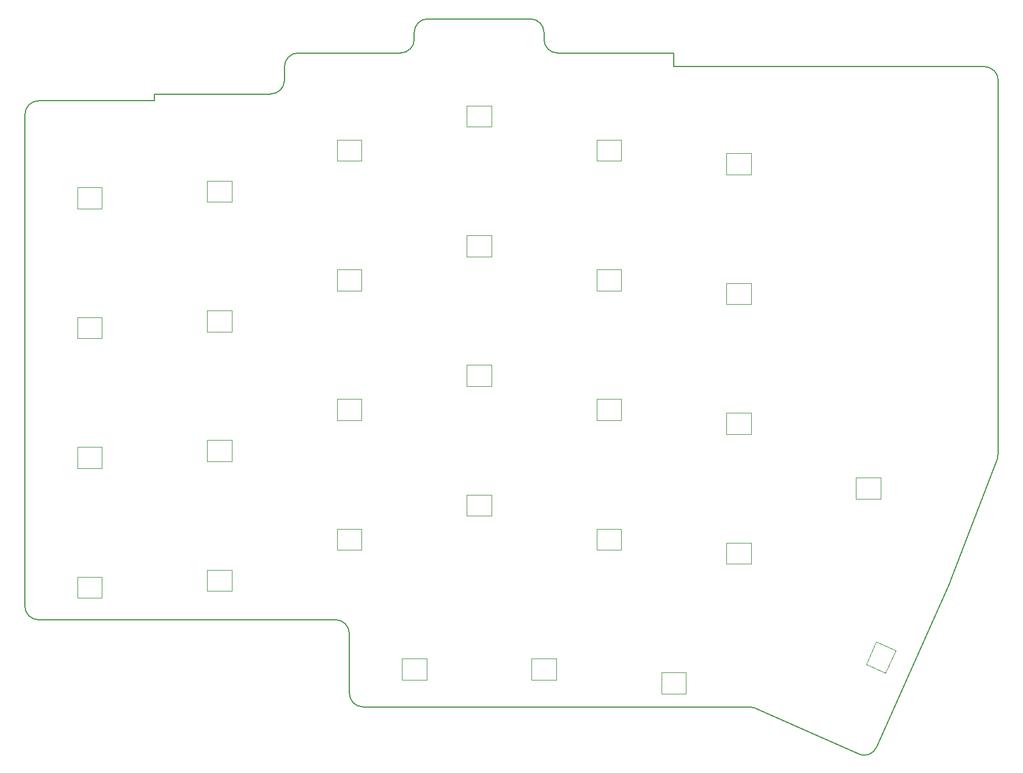
<source format=gbr>
%TF.GenerationSoftware,KiCad,Pcbnew,8.0.6*%
%TF.CreationDate,2024-12-22T09:15:40+01:00*%
%TF.ProjectId,left_finished,6c656674-5f66-4696-9e69-736865642e6b,0.1*%
%TF.SameCoordinates,Original*%
%TF.FileFunction,Profile,NP*%
%FSLAX46Y46*%
G04 Gerber Fmt 4.6, Leading zero omitted, Abs format (unit mm)*
G04 Created by KiCad (PCBNEW 8.0.6) date 2024-12-22 09:15:40*
%MOMM*%
%LPD*%
G01*
G04 APERTURE LIST*
%TA.AperFunction,Profile*%
%ADD10C,0.150000*%
%TD*%
%TA.AperFunction,Profile*%
%ADD11C,0.120000*%
%TD*%
G04 APERTURE END LIST*
D10*
X195500000Y-94500000D02*
X195500000Y-93500000D01*
X176500000Y-100500000D02*
G75*
G02*
X174500000Y-102500000I-2000000J0D01*
G01*
X140500000Y-179500000D02*
G75*
G02*
X138500000Y-177500000I0J2000000D01*
G01*
X138500000Y-105500000D02*
G75*
G02*
X140500000Y-103500000I2000000J0D01*
G01*
X244600279Y-192253996D02*
X187999864Y-192250136D01*
X176500000Y-98500000D02*
G75*
G02*
X178500000Y-96500000I2000000J0D01*
G01*
X281000000Y-100500000D02*
X281000000Y-155132033D01*
X281000000Y-155132033D02*
G75*
G02*
X280869041Y-155843875I-2000300J33D01*
G01*
X214500000Y-93500000D02*
X214500000Y-94500000D01*
X178500000Y-96500000D02*
X193500000Y-96500000D01*
X157500000Y-102500000D02*
X174500000Y-102500000D01*
X140500000Y-103500000D02*
X157500000Y-103500000D01*
X184000000Y-179500000D02*
G75*
G02*
X186000000Y-181500000I0J-2000000D01*
G01*
X138500000Y-177500000D02*
X138500000Y-105500000D01*
X216500000Y-96500000D02*
X233500000Y-96500000D01*
X186000000Y-190250136D02*
X186000000Y-181500000D01*
X176500000Y-100500000D02*
X176500000Y-98500000D01*
X280869033Y-155843872D02*
X273994253Y-173894581D01*
X184000000Y-179500000D02*
X140500000Y-179500000D01*
X263196158Y-198154930D02*
G75*
G02*
X260555603Y-199168528I-1827058J813430D01*
G01*
X195500000Y-93500000D02*
G75*
G02*
X197500000Y-91500000I2000000J0D01*
G01*
X195500000Y-94500000D02*
G75*
G02*
X193500000Y-96500000I-2000000J0D01*
G01*
X279000000Y-98500000D02*
G75*
G02*
X281000000Y-100500000I0J-2000000D01*
G01*
X233500000Y-96500000D02*
X233500000Y-98500000D01*
X216500000Y-96500000D02*
G75*
G02*
X214500000Y-94500000I0J2000000D01*
G01*
X157500000Y-103500000D02*
X157500000Y-102500000D01*
X233500000Y-98500000D02*
X279000000Y-98500000D01*
X197500000Y-91500000D02*
X212500000Y-91500000D01*
X187999864Y-192250136D02*
G75*
G02*
X186000064Y-190250136I136J1999936D01*
G01*
X212500000Y-91500000D02*
G75*
G02*
X214500000Y-93500000I0J-2000000D01*
G01*
X273952311Y-173996215D02*
X263196158Y-198154930D01*
X260555594Y-199168548D02*
X245413616Y-192426905D01*
X273994253Y-173894581D02*
G75*
G02*
X273952312Y-173996215I-1865053J710181D01*
G01*
X244600279Y-192253996D02*
G75*
G02*
X245413623Y-192426889I-179J-2000404D01*
G01*
%TO.C,LED12*%
D11*
X187800000Y-112300000D02*
X184200000Y-112300000D01*
X184200000Y-109200000D01*
X187800000Y-109200000D01*
X187800000Y-112300000D01*
%TO.C,LED27*%
X235300000Y-190300000D02*
X231700000Y-190300000D01*
X231700000Y-187200000D01*
X235300000Y-187200000D01*
X235300000Y-190300000D01*
%TO.C,LED25*%
X197300000Y-188300000D02*
X193700000Y-188300000D01*
X193700000Y-185200000D01*
X197300000Y-185200000D01*
X197300000Y-188300000D01*
%TO.C,LED22*%
X244800000Y-152300000D02*
X241200000Y-152300000D01*
X241200000Y-149200000D01*
X244800000Y-149200000D01*
X244800000Y-152300000D01*
%TO.C,LED18*%
X225800000Y-150300000D02*
X222200000Y-150300000D01*
X222200000Y-147200000D01*
X225800000Y-147200000D01*
X225800000Y-150300000D01*
%TO.C,LED3*%
X149800000Y-138300000D02*
X146200000Y-138300000D01*
X146200000Y-135200000D01*
X149800000Y-135200000D01*
X149800000Y-138300000D01*
%TO.C,LED13*%
X206800000Y-164300000D02*
X203200000Y-164300000D01*
X203200000Y-161200000D01*
X206800000Y-161200000D01*
X206800000Y-164300000D01*
%TO.C,LED19*%
X225800000Y-131300000D02*
X222200000Y-131300000D01*
X222200000Y-128200000D01*
X225800000Y-128200000D01*
X225800000Y-131300000D01*
%TO.C,LED24*%
X244800000Y-114300000D02*
X241200000Y-114300000D01*
X241200000Y-111200000D01*
X244800000Y-111200000D01*
X244800000Y-114300000D01*
%TO.C,LED14*%
X206800000Y-145300000D02*
X203200000Y-145300000D01*
X203200000Y-142200000D01*
X206800000Y-142200000D01*
X206800000Y-145300000D01*
%TO.C,LED23*%
X244800000Y-133300000D02*
X241200000Y-133300000D01*
X241200000Y-130200000D01*
X244800000Y-130200000D01*
X244800000Y-133300000D01*
%TO.C,LED20*%
X225800000Y-112300000D02*
X222200000Y-112300000D01*
X222200000Y-109200000D01*
X225800000Y-109200000D01*
X225800000Y-112300000D01*
%TO.C,LED11*%
X187800000Y-131300000D02*
X184200000Y-131300000D01*
X184200000Y-128200000D01*
X187800000Y-128200000D01*
X187800000Y-131300000D01*
%TO.C,LED6*%
X168800000Y-156300000D02*
X165200000Y-156300000D01*
X165200000Y-153200000D01*
X168800000Y-153200000D01*
X168800000Y-156300000D01*
%TO.C,LED9*%
X187800000Y-169300000D02*
X184200000Y-169300000D01*
X184200000Y-166200000D01*
X187800000Y-166200000D01*
X187800000Y-169300000D01*
%TO.C,LED28*%
X265987462Y-184018059D02*
X264523211Y-187306823D01*
X261691220Y-186045939D01*
X263155471Y-182757175D01*
X265987462Y-184018059D01*
%TO.C,LED21*%
X244800000Y-171300000D02*
X241200000Y-171300000D01*
X241200000Y-168200000D01*
X244800000Y-168200000D01*
X244800000Y-171300000D01*
%TO.C,LED1*%
X149800000Y-176300000D02*
X146200000Y-176300000D01*
X146200000Y-173200000D01*
X149800000Y-173200000D01*
X149800000Y-176300000D01*
%TO.C,LED4*%
X149800000Y-119300000D02*
X146200000Y-119300000D01*
X146200000Y-116200000D01*
X149800000Y-116200000D01*
X149800000Y-119300000D01*
%TO.C,LED16*%
X206800000Y-107300000D02*
X203200000Y-107300000D01*
X203200000Y-104200000D01*
X206800000Y-104200000D01*
X206800000Y-107300000D01*
%TO.C,LED15*%
X206800000Y-126300000D02*
X203200000Y-126300000D01*
X203200000Y-123200000D01*
X206800000Y-123200000D01*
X206800000Y-126300000D01*
%TO.C,LED8*%
X168800000Y-118300000D02*
X165200000Y-118300000D01*
X165200000Y-115200000D01*
X168800000Y-115200000D01*
X168800000Y-118300000D01*
%TO.C,LED26*%
X216300000Y-188300000D02*
X212700000Y-188300000D01*
X212700000Y-185200000D01*
X216300000Y-185200000D01*
X216300000Y-188300000D01*
%TO.C,LED10*%
X187800000Y-150300000D02*
X184200000Y-150300000D01*
X184200000Y-147200000D01*
X187800000Y-147200000D01*
X187800000Y-150300000D01*
%TO.C,LED17*%
X225800000Y-169300000D02*
X222200000Y-169300000D01*
X222200000Y-166200000D01*
X225800000Y-166200000D01*
X225800000Y-169300000D01*
%TO.C,LED5*%
X168800000Y-175300000D02*
X165200000Y-175300000D01*
X165200000Y-172200000D01*
X168800000Y-172200000D01*
X168800000Y-175300000D01*
%TO.C,LED29*%
X263800000Y-161800000D02*
X260200000Y-161800000D01*
X260200000Y-158700000D01*
X263800000Y-158700000D01*
X263800000Y-161800000D01*
%TO.C,LED7*%
X168800000Y-137300000D02*
X165200000Y-137300000D01*
X165200000Y-134200000D01*
X168800000Y-134200000D01*
X168800000Y-137300000D01*
%TO.C,LED2*%
X149800000Y-157300000D02*
X146200000Y-157300000D01*
X146200000Y-154200000D01*
X149800000Y-154200000D01*
X149800000Y-157300000D01*
%TD*%
M02*

</source>
